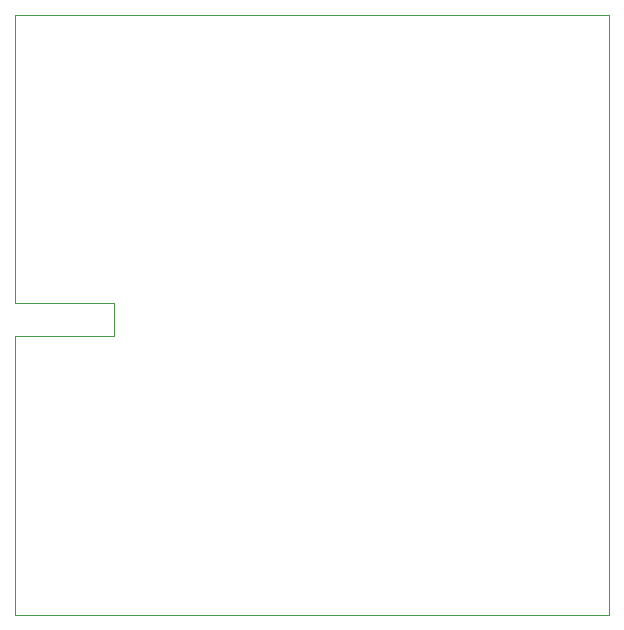
<source format=gbr>
%TF.GenerationSoftware,KiCad,Pcbnew,(5.1.10)-1*%
%TF.CreationDate,2021-12-18T14:31:07-08:00*%
%TF.ProjectId,ESP32_Playboard,45535033-325f-4506-9c61-79626f617264,rev?*%
%TF.SameCoordinates,Original*%
%TF.FileFunction,Profile,NP*%
%FSLAX46Y46*%
G04 Gerber Fmt 4.6, Leading zero omitted, Abs format (unit mm)*
G04 Created by KiCad (PCBNEW (5.1.10)-1) date 2021-12-18 14:31:07*
%MOMM*%
%LPD*%
G01*
G04 APERTURE LIST*
%TA.AperFunction,Profile*%
%ADD10C,0.050000*%
%TD*%
G04 APERTURE END LIST*
D10*
X90424000Y-84582000D02*
X90424000Y-60198000D01*
X98806000Y-84582000D02*
X90424000Y-84582000D01*
X98806000Y-87376000D02*
X98806000Y-84582000D01*
X90424000Y-87376000D02*
X98806000Y-87376000D01*
X90424000Y-110998000D02*
X90424000Y-87376000D01*
X140716000Y-110998000D02*
X90424000Y-110998000D01*
X140716000Y-60198000D02*
X140716000Y-110998000D01*
X90424000Y-60198000D02*
X140716000Y-60198000D01*
M02*

</source>
